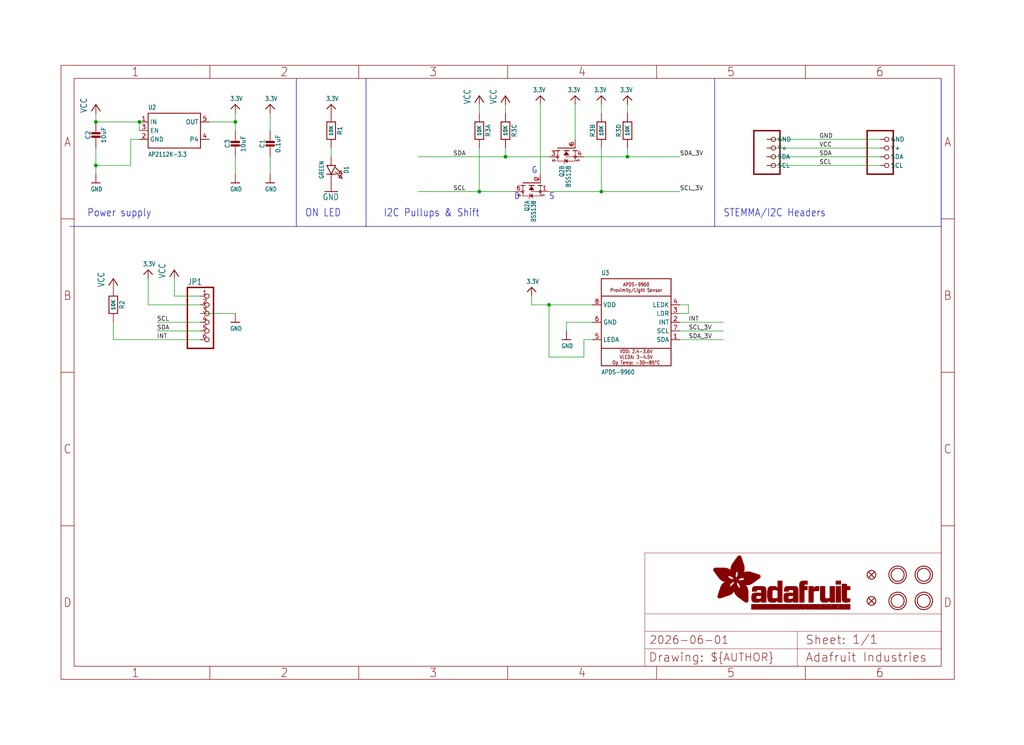
<source format=kicad_sch>
(kicad_sch (version 20230121) (generator eeschema)
  (paper "User" 298.45 217.322)
  (lib_symbols
    (symbol "working-eagle-import:3.3V" (power)
      (property "Value" "3.3V" (at -1.524 1.016 0))
      (symbol "3.3V_1_0"
        (pin power_in line (at 0 -2.54 90) (length 2.54) (name "3.3V") (number "1"))
      )
    )
    (symbol "working-eagle-import:APDS-9960"
      (property "Reference" "U" (at -10.16 13.716 0))
      (symbol "APDS-9960_1_0"
        (text "APDS-9960\nProximity/Light Sensor" (at 0 10.16 0) (effects (font (size 1.016 0.8636))))
        (text "VDD: 2.4-3.6V\nVLEDA: 3-4.5V\nOp Temp: -30~~85°C" (at 0 -10.16 0) (effects (font (size 1.016 0.8636))))
        (pin bidirectional line (at 12.7 -5.08 180) (length 2.54) (name "SDA") (number "1"))
        (pin output line (at 12.7 0 180) (length 2.54) (name "INT") (number "2"))
        (pin bidirectional line (at 12.7 2.54 180) (length 2.54) (name "LDR") (number "3"))
        (pin bidirectional line (at 12.7 5.08 180) (length 2.54) (name "LEDK") (number "4"))
        (pin power_in line (at -12.7 -5.08 0) (length 2.54) (name "LEDA") (number "5"))
        (pin power_in line (at -12.7 0 0) (length 2.54) (name "GND") (number "6"))
        (pin input line (at 12.7 -2.54 180) (length 2.54) (name "SCL") (number "7"))
        (pin power_in line (at -12.7 5.08 0) (length 2.54) (name "VDD") (number "8"))
      )
    )
    (symbol "working-eagle-import:CAP_CERAMIC0603_NO"
      (property "Reference" "C" (at -2.29 1.25 90))
      (symbol "CAP_CERAMIC0603_NO_1_0"
        (pin passive line (at 0 5.08 270) (length 2.54) (name "1") (number "1"))
        (pin passive line (at 0 -2.54 90) (length 2.54) (name "2") (number "2"))
      )
    )
    (symbol "working-eagle-import:CAP_CERAMIC0805-NOOUTLINE"
      (property "Reference" "C" (at -2.29 1.25 90))
      (symbol "CAP_CERAMIC0805-NOOUTLINE_1_0"
        (pin passive line (at 0 5.08 270) (length 2.54) (name "1") (number "1"))
        (pin passive line (at 0 -2.54 90) (length 2.54) (name "2") (number "2"))
      )
    )
    (symbol "working-eagle-import:FIDUCIAL_1MM")
    (symbol "working-eagle-import:FRAME_A4_ADAFRUIT"
      (symbol "FRAME_A4_ADAFRUIT_1_0"
        (text "${#}/${##}" (at 230.505 10.16 0) (effects (font (size 2.54 2.54)) (justify left bottom)))
        (text "${AUTHOR}" (at 189.23 5.08 0) (effects (font (size 2.286 2.286)) (justify left bottom)))
        (text "${CURRENT_DATE}" (at 171.45 10.16 0) (effects (font (size 2.286 2.286)) (justify left bottom)))
        (text "${PROJECTNAME}" (at 171.45 15.24 0) (effects (font (size 2.54 2.54)) (justify left bottom)))
        (text "1" (at 21.6958 1.905 0) (effects (font (size 2.54 2.286))))
        (text "1" (at 21.6958 177.165 0) (effects (font (size 2.54 2.286))))
        (text "2" (at 65.0875 1.905 0) (effects (font (size 2.54 2.286))))
        (text "2" (at 65.0875 177.165 0) (effects (font (size 2.54 2.286))))
        (text "3" (at 108.4792 1.905 0) (effects (font (size 2.54 2.286))))
        (text "3" (at 108.4792 177.165 0) (effects (font (size 2.54 2.286))))
        (text "4" (at 151.8708 1.905 0) (effects (font (size 2.54 2.286))))
        (text "4" (at 151.8708 177.165 0) (effects (font (size 2.54 2.286))))
        (text "5" (at 195.2625 1.905 0) (effects (font (size 2.54 2.286))))
        (text "5" (at 195.2625 177.165 0) (effects (font (size 2.54 2.286))))
        (text "6" (at 238.6542 1.905 0) (effects (font (size 2.54 2.286))))
        (text "6" (at 238.6542 177.165 0) (effects (font (size 2.54 2.286))))
        (text "A" (at 1.905 156.6863 0) (effects (font (size 2.54 2.286))))
        (text "A" (at 258.445 156.6863 0) (effects (font (size 2.54 2.286))))
        (text "Adafruit Industries" (at 216.916 4.953 0) (effects (font (size 2.54 2.54)) (justify left bottom)))
        (text "B" (at 1.905 111.9188 0) (effects (font (size 2.54 2.286))))
        (text "B" (at 258.445 111.9188 0) (effects (font (size 2.54 2.286))))
        (text "C" (at 1.905 67.1513 0) (effects (font (size 2.54 2.286))))
        (text "C" (at 258.445 67.1513 0) (effects (font (size 2.54 2.286))))
        (text "D" (at 1.905 22.3838 0) (effects (font (size 2.54 2.286))))
        (text "D" (at 258.445 22.3838 0) (effects (font (size 2.54 2.286))))
        (text "Drawing:" (at 171.196 4.953 0) (effects (font (size 2.54 2.54)) (justify left bottom)))
        (text "Sheet:" (at 216.916 10.033 0) (effects (font (size 2.54 2.54)) (justify left bottom)))
      )
    )
    (symbol "working-eagle-import:GND" (power)
      (property "Value" "GND" (at -1.524 -2.54 0))
      (symbol "GND_1_0"
        (pin power_in line (at 0 2.54 270) (length 2.54) (name "GND") (number "1"))
      )
    )
    (symbol "working-eagle-import:HEADER-1X670MIL"
      (property "Reference" "JP" (at -6.35 10.795 0))
      (symbol "HEADER-1X670MIL_1_0"
        (pin passive inverted (at -2.54 7.62 0) (length 2.54) (name "1") (number "1"))
        (pin passive inverted (at -2.54 5.08 0) (length 2.54) (name "2") (number "2"))
        (pin passive inverted (at -2.54 2.54 0) (length 2.54) (name "3") (number "3"))
        (pin passive inverted (at -2.54 0 0) (length 2.54) (name "4") (number "4"))
        (pin passive inverted (at -2.54 -2.54 0) (length 2.54) (name "5") (number "5"))
        (pin passive inverted (at -2.54 -5.08 0) (length 2.54) (name "6") (number "6"))
      )
    )
    (symbol "working-eagle-import:LED0603_NOOUTLINE"
      (property "Reference" "D" (at -1.27 4.445 0))
      (symbol "LED0603_NOOUTLINE_1_0"
        (pin passive line (at -5.08 0 0) (length 2.54) (name "A") (number "A"))
        (pin passive line (at 2.54 0 180) (length 2.54) (name "C") (number "C"))
      )
    )
    (symbol "working-eagle-import:MOSFET-N_DUAL"
      (property "Reference" "Q" (at 5.08 0.635 0))
      (symbol "MOSFET-N_DUAL_1_0"
        (text "D" (at 3.175 3.175 0) (effects (font (size 0.8128 0.6908)) (justify left bottom)))
        (text "G" (at -1.27 -1.905 0) (effects (font (size 0.8128 0.6908)) (justify left bottom)))
        (text "S" (at 3.175 -3.81 0) (effects (font (size 0.8128 0.6908)) (justify left bottom)))
        (pin bidirectional line (at 2.54 -5.08 90) (length 2.54) (name "S") (number "1"))
        (pin bidirectional line (at -2.54 -2.54 0) (length 2.54) (name "G") (number "2"))
        (pin bidirectional line (at 2.54 5.08 270) (length 2.54) (name "D") (number "6"))
      )
      (symbol "MOSFET-N_DUAL_2_0"
        (text "D" (at 3.175 3.175 0) (effects (font (size 0.8128 0.6908)) (justify left bottom)))
        (text "G" (at -1.27 -1.905 0) (effects (font (size 0.8128 0.6908)) (justify left bottom)))
        (text "S" (at 3.175 -3.81 0) (effects (font (size 0.8128 0.6908)) (justify left bottom)))
        (pin bidirectional line (at 2.54 5.08 270) (length 2.54) (name "D") (number "3"))
        (pin bidirectional line (at 2.54 -5.08 90) (length 2.54) (name "S") (number "4"))
        (pin bidirectional line (at -2.54 -2.54 0) (length 2.54) (name "G") (number "5"))
      )
    )
    (symbol "working-eagle-import:MOUNTINGHOLE2.5")
    (symbol "working-eagle-import:RESISTOR_0603_NOOUT"
      (property "Reference" "R" (at 0 2.54 0))
      (symbol "RESISTOR_0603_NOOUT_1_0"
        (pin passive line (at -5.08 0 0) (length 2.54) (name "1") (number "1"))
        (pin passive line (at 5.08 0 180) (length 2.54) (name "2") (number "2"))
      )
    )
    (symbol "working-eagle-import:RESISTOR_4PACK"
      (property "Reference" "R" (at 0 2.54 0))
      (symbol "RESISTOR_4PACK_1_0"
        (pin passive line (at -5.08 0 0) (length 2.54) (name "1") (number "1"))
        (pin passive line (at 5.08 0 180) (length 2.54) (name "2") (number "8"))
      )
      (symbol "RESISTOR_4PACK_2_0"
        (pin passive line (at -5.08 0 0) (length 2.54) (name "1") (number "2"))
        (pin passive line (at 5.08 0 180) (length 2.54) (name "2") (number "7"))
      )
      (symbol "RESISTOR_4PACK_3_0"
        (pin passive line (at -5.08 0 0) (length 2.54) (name "1") (number "3"))
        (pin passive line (at 5.08 0 180) (length 2.54) (name "2") (number "6"))
      )
      (symbol "RESISTOR_4PACK_4_0"
        (pin passive line (at -5.08 0 0) (length 2.54) (name "1") (number "4"))
        (pin passive line (at 5.08 0 180) (length 2.54) (name "2") (number "5"))
      )
    )
    (symbol "working-eagle-import:STEMMA_I2C_QT"
      (symbol "STEMMA_I2C_QT_1_0"
        (pin passive inverted (at 0 5.08 0) (length 2.54) (name "GND") (number "1"))
        (pin passive inverted (at 0 2.54 0) (length 2.54) (name "V+") (number "2"))
        (pin passive inverted (at 0 0 0) (length 2.54) (name "SDA") (number "3"))
        (pin passive inverted (at 0 -2.54 0) (length 2.54) (name "SCL") (number "4"))
      )
      (symbol "STEMMA_I2C_QT_2_0"
        (pin bidirectional line (at 0 0 0) (length 5.08) (name "MT") (number "MT1"))
      )
      (symbol "STEMMA_I2C_QT_3_0"
        (pin bidirectional line (at 0 0 0) (length 5.08) (name "MT") (number "MT2"))
      )
    )
    (symbol "working-eagle-import:VCC" (power)
      (property "Value" "VCC" (at -2.54 -2.54 90))
      (symbol "VCC_1_0"
        (pin power_in line (at 0 -2.54 90) (length 2.54) (name "VCC") (number "1"))
      )
    )
    (symbol "working-eagle-import:VREG_SOT23-5"
      (property "Reference" "U" (at -7.62 6.096 0))
      (symbol "VREG_SOT23-5_1_0"
        (pin power_in line (at -10.16 2.54 0) (length 2.54) (name "IN") (number "1"))
        (pin power_in line (at -10.16 -2.54 0) (length 2.54) (name "GND") (number "2"))
        (pin input line (at -10.16 0 0) (length 2.54) (name "EN") (number "3"))
        (pin bidirectional line (at 10.16 -2.54 180) (length 2.54) (name "P4") (number "4"))
        (pin power_in line (at 10.16 2.54 180) (length 2.54) (name "OUT") (number "5"))
      )
    )
    (symbol "working-eagle-import:supply1_GND" (power)
      (property "Value" "supply1_GND" (at -2.54 -2.54 0))
      (symbol "supply1_GND_1_0"
        (pin power_in line (at 0 2.54 270) (length 2.54) (name "GND") (number "1"))
      )
    )
  )
  (junction (at 160.02 88.9))
  (junction (at 147.32 45.72))
  (junction (at 175.26 55.88))
  (junction (at 27.94 35.56))
  (junction (at 139.7 55.88))
  (junction (at 27.94 48.26))
  (junction (at 68.58 35.56))
  (junction (at 40.64 35.56))
  (junction (at 182.88 45.72))
  (wire (pts (xy 182.88 43.18) (xy 182.88 45.72)) (stroke (width 0.1524)))
  (wire (pts (xy 27.94 33.02) (xy 27.94 35.56)) (stroke (width 0.1524)))
  (wire (pts (xy 157.48 50.8) (xy 157.48 30.48)) (stroke (width 0.1524)))
  (wire (pts (xy 68.58 45.72) (xy 68.58 50.8)) (stroke (width 0.1524)))
  (wire (pts (xy 256.54 45.72) (xy 223.52 45.72)) (stroke (width 0.1524)))
  (wire (pts (xy 58.42 91.44) (xy 68.58 91.44)) (stroke (width 0.1524)))
  (wire (pts (xy 170.18 99.06) (xy 170.18 104.14)) (stroke (width 0.1524)))
  (wire (pts (xy 160.02 55.88) (xy 175.26 55.88)) (stroke (width 0.1524)))
  (wire (pts (xy 68.58 35.56) (xy 68.58 38.1)) (stroke (width 0.1524)))
  (wire (pts (xy 68.58 35.56) (xy 68.58 33.02)) (stroke (width 0.1524)))
  (wire (pts (xy 50.8 86.36) (xy 50.8 81.28)) (stroke (width 0.1524)))
  (polyline (pts (xy 20.32 66.04) (xy 86.36 66.04)) (stroke (width 0.1524) (type solid)))
  (wire (pts (xy 78.74 45.72) (xy 78.74 50.8)) (stroke (width 0.1524)))
  (wire (pts (xy 43.18 88.9) (xy 43.18 81.28)) (stroke (width 0.1524)))
  (wire (pts (xy 170.18 45.72) (xy 182.88 45.72)) (stroke (width 0.1524)))
  (wire (pts (xy 40.64 35.56) (xy 27.94 35.56)) (stroke (width 0.1524)))
  (polyline (pts (xy 106.68 66.04) (xy 208.28 66.04)) (stroke (width 0.1524) (type solid)))
  (polyline (pts (xy 274.32 22.86) (xy 274.32 66.04)) (stroke (width 0.1524) (type solid)))
  (wire (pts (xy 139.7 43.18) (xy 139.7 55.88)) (stroke (width 0.1524)))
  (wire (pts (xy 182.88 33.02) (xy 182.88 30.48)) (stroke (width 0.1524)))
  (wire (pts (xy 200.66 88.9) (xy 200.66 91.44)) (stroke (width 0.1524)))
  (wire (pts (xy 182.88 45.72) (xy 198.12 45.72)) (stroke (width 0.1524)))
  (wire (pts (xy 33.02 99.06) (xy 33.02 93.98)) (stroke (width 0.1524)))
  (wire (pts (xy 96.52 45.72) (xy 96.52 43.18)) (stroke (width 0.1524)))
  (wire (pts (xy 139.7 55.88) (xy 121.92 55.88)) (stroke (width 0.1524)))
  (wire (pts (xy 175.26 43.18) (xy 175.26 55.88)) (stroke (width 0.1524)))
  (wire (pts (xy 27.94 48.26) (xy 27.94 43.18)) (stroke (width 0.1524)))
  (wire (pts (xy 58.42 99.06) (xy 33.02 99.06)) (stroke (width 0.1524)))
  (wire (pts (xy 198.12 88.9) (xy 200.66 88.9)) (stroke (width 0.1524)))
  (polyline (pts (xy 208.28 66.04) (xy 274.32 66.04)) (stroke (width 0.1524) (type solid)))
  (polyline (pts (xy 106.68 22.86) (xy 106.68 66.04)) (stroke (width 0.1524) (type solid)))
  (wire (pts (xy 40.64 38.1) (xy 40.64 35.56)) (stroke (width 0.1524)))
  (wire (pts (xy 147.32 45.72) (xy 121.92 45.72)) (stroke (width 0.1524)))
  (wire (pts (xy 160.02 45.72) (xy 147.32 45.72)) (stroke (width 0.1524)))
  (wire (pts (xy 223.52 43.18) (xy 256.54 43.18)) (stroke (width 0.1524)))
  (wire (pts (xy 160.02 104.14) (xy 160.02 88.9)) (stroke (width 0.1524)))
  (wire (pts (xy 38.1 48.26) (xy 27.94 48.26)) (stroke (width 0.1524)))
  (wire (pts (xy 58.42 96.52) (xy 45.72 96.52)) (stroke (width 0.1524)))
  (wire (pts (xy 40.64 40.64) (xy 38.1 40.64)) (stroke (width 0.1524)))
  (wire (pts (xy 172.72 99.06) (xy 170.18 99.06)) (stroke (width 0.1524)))
  (wire (pts (xy 165.1 93.98) (xy 165.1 96.52)) (stroke (width 0.1524)))
  (polyline (pts (xy 86.36 66.04) (xy 106.68 66.04)) (stroke (width 0.1524) (type solid)))
  (wire (pts (xy 58.42 86.36) (xy 50.8 86.36)) (stroke (width 0.1524)))
  (wire (pts (xy 172.72 88.9) (xy 160.02 88.9)) (stroke (width 0.1524)))
  (wire (pts (xy 210.82 96.52) (xy 198.12 96.52)) (stroke (width 0.1524)))
  (wire (pts (xy 154.94 88.9) (xy 154.94 86.36)) (stroke (width 0.1524)))
  (wire (pts (xy 198.12 93.98) (xy 210.82 93.98)) (stroke (width 0.1524)))
  (wire (pts (xy 60.96 35.56) (xy 68.58 35.56)) (stroke (width 0.1524)))
  (wire (pts (xy 167.64 40.64) (xy 167.64 30.48)) (stroke (width 0.1524)))
  (wire (pts (xy 200.66 91.44) (xy 198.12 91.44)) (stroke (width 0.1524)))
  (polyline (pts (xy 86.36 22.86) (xy 86.36 66.04)) (stroke (width 0.1524) (type solid)))
  (wire (pts (xy 223.52 48.26) (xy 256.54 48.26)) (stroke (width 0.1524)))
  (wire (pts (xy 210.82 99.06) (xy 198.12 99.06)) (stroke (width 0.1524)))
  (polyline (pts (xy 208.28 22.86) (xy 208.28 66.04)) (stroke (width 0.1524) (type solid)))
  (wire (pts (xy 172.72 93.98) (xy 165.1 93.98)) (stroke (width 0.1524)))
  (wire (pts (xy 58.42 93.98) (xy 45.72 93.98)) (stroke (width 0.1524)))
  (wire (pts (xy 147.32 33.02) (xy 147.32 30.48)) (stroke (width 0.1524)))
  (wire (pts (xy 175.26 33.02) (xy 175.26 30.48)) (stroke (width 0.1524)))
  (wire (pts (xy 27.94 48.26) (xy 27.94 50.8)) (stroke (width 0.1524)))
  (wire (pts (xy 147.32 43.18) (xy 147.32 45.72)) (stroke (width 0.1524)))
  (wire (pts (xy 78.74 33.02) (xy 78.74 38.1)) (stroke (width 0.1524)))
  (wire (pts (xy 149.86 55.88) (xy 139.7 55.88)) (stroke (width 0.1524)))
  (wire (pts (xy 175.26 55.88) (xy 198.12 55.88)) (stroke (width 0.1524)))
  (wire (pts (xy 139.7 30.48) (xy 139.7 33.02)) (stroke (width 0.1524)))
  (wire (pts (xy 256.54 40.64) (xy 223.52 40.64)) (stroke (width 0.1524)))
  (wire (pts (xy 38.1 40.64) (xy 38.1 48.26)) (stroke (width 0.1524)))
  (wire (pts (xy 58.42 88.9) (xy 43.18 88.9)) (stroke (width 0.1524)))
  (wire (pts (xy 170.18 104.14) (xy 160.02 104.14)) (stroke (width 0.1524)))
  (wire (pts (xy 160.02 88.9) (xy 154.94 88.9)) (stroke (width 0.1524)))
  (text "I2C Pullups & Shift" (at 111.76 63.5 0) (effects (font (size 2.1844 1.8567)) (justify left bottom)))
  (text "STEMMA/I2C Headers" (at 210.82 63.5 0) (effects (font (size 2.1844 1.8567)) (justify left bottom)))
  (text "D" (at 149.86 58.42 0) (effects (font (size 1.778 1.5113)) (justify left bottom)))
  (text "S" (at 160.02 58.42 0) (effects (font (size 1.778 1.5113)) (justify left bottom)))
  (text "G" (at 154.94 50.8 0) (effects (font (size 1.778 1.5113)) (justify left bottom)))
  (text "ON LED" (at 88.9 63.5 0) (effects (font (size 2.1844 1.8567)) (justify left bottom)))
  (text "Power supply" (at 25.4 63.5 0) (effects (font (size 2.1844 1.8567)) (justify left bottom)))
  (label "VCC" (at 238.76 43.18 0) (effects (font (size 1.2446 1.2446))))
  (label "SDA" (at 238.76 45.72 0) (effects (font (size 1.2446 1.2446))))
  (label "INT" (at 200.66 93.98 0) (effects (font (size 1.2446 1.2446))))
  (label "SCL_3V" (at 198.12 55.88 0) (effects (font (size 1.2446 1.2446))))
  (label "SCL_3V" (at 200.66 96.52 0) (effects (font (size 1.2446 1.2446))))
  (label "SDA_3V" (at 198.12 45.72 0) (effects (font (size 1.2446 1.2446))))
  (label "SDA" (at 45.72 96.52 0) (effects (font (size 1.2446 1.2446))))
  (label "SDA" (at 132.08 45.72 0) (effects (font (size 1.2446 1.2446))))
  (label "SDA_3V" (at 200.66 99.06 0) (effects (font (size 1.2446 1.2446))))
  (label "GND" (at 238.76 40.64 0) (effects (font (size 1.2446 1.2446))))
  (label "SCL" (at 45.72 93.98 0) (effects (font (size 1.2446 1.2446))))
  (label "SCL" (at 238.76 48.26 0) (effects (font (size 1.2446 1.2446))))
  (label "INT" (at 45.72 99.06 0) (effects (font (size 1.2446 1.2446))))
  (label "SCL" (at 132.08 55.88 0) (effects (font (size 1.2446 1.2446))))
  (symbol (lib_id "working-eagle-import:3.3V") (at 175.26 27.94 0) (mirror y) (unit 1)
    (property "Reference" "#U$24" (effects hide))
    (property "Value" "3.3V" (at 176.784 26.924 0) (effects (font (size 1.27 1.0795)) (justify left bottom)))
  )
  (symbol (lib_id "working-eagle-import:RESISTOR_4PACK") (at 139.7 38.1 270) (unit 1)
    (property "Reference" "R3" (at 142.24 38.1 0))
    (property "Value" "10K" (at 139.7 38.1 0) (effects (font (size 1.016 1.016) bold)))
    (property "Footprint" "working:RESPACK_4X0603" (effects hide))
  )
  (symbol (lib_id "working-eagle-import:MOUNTINGHOLE2.5") (at 269.24 175.26 0) (unit 1)
    (property "Reference" "U$21" (effects hide))
    (property "Value" "MOUNTINGHOLE2.5" (effects hide))
    (property "Footprint" "working:MOUNTINGHOLE_2.5_PLATED" (effects hide))
  )
  (symbol (lib_id "working-eagle-import:LED0603_NOOUTLINE") (at 96.52 50.8 270) (unit 1)
    (property "Reference" "D1" (at 100.965 49.53 0) (effects (font (size 1.27 1.0795))))
    (property "Value" "GREEN" (at 93.726 49.53 0) (effects (font (size 1.27 1.0795))))
    (property "Footprint" "working:CHIPLED_0603_NOOUTLINE" (effects hide))
  )
  (symbol (lib_id "working-eagle-import:MOUNTINGHOLE2.5") (at 269.24 167.64 0) (unit 1)
    (property "Reference" "U$19" (effects hide))
    (property "Value" "MOUNTINGHOLE2.5" (effects hide))
    (property "Footprint" "working:MOUNTINGHOLE_2.5_PLATED" (effects hide))
  )
  (symbol (lib_id "working-eagle-import:VREG_SOT23-5") (at 50.8 38.1 0) (unit 1)
    (property "Reference" "U2" (at 43.18 32.004 0) (effects (font (size 1.27 1.0795)) (justify left bottom)))
    (property "Value" "AP2112K-3.3" (at 43.18 45.72 0) (effects (font (size 1.27 1.0795)) (justify left bottom)))
    (property "Footprint" "working:SOT23-5" (effects hide))
  )
  (symbol (lib_id "working-eagle-import:RESISTOR_4PACK") (at 147.32 38.1 270) (unit 3)
    (property "Reference" "R3" (at 149.86 38.1 0))
    (property "Value" "10K" (at 147.32 38.1 0) (effects (font (size 1.016 1.016) bold)))
    (property "Footprint" "working:RESPACK_4X0603" (effects hide))
  )
  (symbol (lib_id "working-eagle-import:3.3V") (at 182.88 27.94 0) (mirror y) (unit 1)
    (property "Reference" "#U$7" (effects hide))
    (property "Value" "3.3V" (at 184.404 26.924 0) (effects (font (size 1.27 1.0795)) (justify left bottom)))
  )
  (symbol (lib_id "working-eagle-import:STEMMA_I2C_QT") (at 256.54 45.72 0) (unit 1)
    (property "Reference" "CONN4" (effects hide))
    (property "Value" "STEMMA_I2C_QT" (effects hide))
    (property "Footprint" "working:JST_SH4" (effects hide))
  )
  (symbol (lib_id "working-eagle-import:3.3V") (at 78.74 30.48 0) (unit 1)
    (property "Reference" "#U$14" (effects hide))
    (property "Value" "3.3V" (at 77.216 29.464 0) (effects (font (size 1.27 1.0795)) (justify left bottom)))
  )
  (symbol (lib_id "working-eagle-import:HEADER-1X670MIL") (at 60.96 93.98 0) (unit 1)
    (property "Reference" "JP1" (at 54.61 83.185 0) (effects (font (size 1.778 1.5113)) (justify left bottom)))
    (property "Value" "HEADER-1X670MIL" (effects hide))
    (property "Footprint" "working:1X06_ROUND_70" (effects hide))
  )
  (symbol (lib_id "working-eagle-import:supply1_GND") (at 96.52 55.88 0) (unit 1)
    (property "Reference" "#GND6" (effects hide))
    (property "Value" "GND" (at 93.98 58.42 0) (effects (font (size 1.778 1.5113)) (justify left bottom)))
  )
  (symbol (lib_id "working-eagle-import:GND") (at 68.58 93.98 0) (unit 1)
    (property "Reference" "#U$10" (effects hide))
    (property "Value" "GND" (at 67.056 96.52 0) (effects (font (size 1.27 1.0795)) (justify left bottom)))
  )
  (symbol (lib_id "working-eagle-import:MOUNTINGHOLE2.5") (at 261.62 175.26 0) (unit 1)
    (property "Reference" "U$1" (effects hide))
    (property "Value" "MOUNTINGHOLE2.5" (effects hide))
    (property "Footprint" "working:MOUNTINGHOLE_2.5_PLATED" (effects hide))
  )
  (symbol (lib_id "working-eagle-import:RESISTOR_0603_NOOUT") (at 33.02 88.9 270) (unit 1)
    (property "Reference" "R2" (at 35.56 88.9 0))
    (property "Value" "10K" (at 33.02 88.9 0) (effects (font (size 1.016 1.016) bold)))
    (property "Footprint" "working:0603-NO" (effects hide))
  )
  (symbol (lib_id "working-eagle-import:GND") (at 68.58 53.34 0) (unit 1)
    (property "Reference" "#U$5" (effects hide))
    (property "Value" "GND" (at 67.056 55.88 0) (effects (font (size 1.27 1.0795)) (justify left bottom)))
  )
  (symbol (lib_id "working-eagle-import:3.3V") (at 167.64 27.94 0) (mirror y) (unit 1)
    (property "Reference" "#U$23" (effects hide))
    (property "Value" "3.3V" (at 169.164 26.924 0) (effects (font (size 1.27 1.0795)) (justify left bottom)))
  )
  (symbol (lib_id "working-eagle-import:3.3V") (at 157.48 27.94 0) (mirror y) (unit 1)
    (property "Reference" "#U$26" (effects hide))
    (property "Value" "3.3V" (at 159.004 26.924 0) (effects (font (size 1.27 1.0795)) (justify left bottom)))
  )
  (symbol (lib_id "working-eagle-import:RESISTOR_4PACK") (at 175.26 38.1 90) (mirror x) (unit 2)
    (property "Reference" "R3" (at 172.72 38.1 0))
    (property "Value" "10K" (at 175.26 38.1 0) (effects (font (size 1.016 1.016) bold)))
    (property "Footprint" "working:RESPACK_4X0603" (effects hide))
  )
  (symbol (lib_id "working-eagle-import:GND") (at 165.1 99.06 0) (unit 1)
    (property "Reference" "#U$11" (effects hide))
    (property "Value" "GND" (at 163.576 101.6 0) (effects (font (size 1.27 1.0795)) (justify left bottom)))
  )
  (symbol (lib_id "working-eagle-import:MOSFET-N_DUAL") (at 154.94 53.34 90) (mirror x) (unit 1)
    (property "Reference" "Q2" (at 154.305 58.42 0) (effects (font (size 1.27 1.0795)) (justify left bottom)))
    (property "Value" "BSS138" (at 156.21 58.42 0) (effects (font (size 1.27 1.0795)) (justify left bottom)))
    (property "Footprint" "working:SOT363" (effects hide))
  )
  (symbol (lib_id "working-eagle-import:RESISTOR_4PACK") (at 182.88 38.1 90) (mirror x) (unit 4)
    (property "Reference" "R3" (at 180.34 38.1 0))
    (property "Value" "10K" (at 182.88 38.1 0) (effects (font (size 1.016 1.016) bold)))
    (property "Footprint" "working:RESPACK_4X0603" (effects hide))
  )
  (symbol (lib_id "working-eagle-import:CAP_CERAMIC0805-NOOUTLINE") (at 68.58 43.18 0) (unit 1)
    (property "Reference" "C3" (at 66.29 41.93 90))
    (property "Value" "10uF" (at 70.88 41.93 90))
    (property "Footprint" "working:0805-NO" (effects hide))
  )
  (symbol (lib_id "working-eagle-import:GND") (at 78.74 53.34 0) (unit 1)
    (property "Reference" "#U$6" (effects hide))
    (property "Value" "GND" (at 77.216 55.88 0) (effects (font (size 1.27 1.0795)) (justify left bottom)))
  )
  (symbol (lib_id "working-eagle-import:GND") (at 27.94 53.34 0) (unit 1)
    (property "Reference" "#U$13" (effects hide))
    (property "Value" "GND" (at 26.416 55.88 0) (effects (font (size 1.27 1.0795)) (justify left bottom)))
  )
  (symbol (lib_id "working-eagle-import:CAP_CERAMIC0603_NO") (at 78.74 43.18 0) (unit 1)
    (property "Reference" "C1" (at 76.45 41.93 90))
    (property "Value" "0.1uF" (at 81.04 41.93 90))
    (property "Footprint" "working:0603-NO" (effects hide))
  )
  (symbol (lib_id "working-eagle-import:STEMMA_I2C_QT") (at 223.52 45.72 0) (unit 1)
    (property "Reference" "CONN3" (effects hide))
    (property "Value" "STEMMA_I2C_QT" (effects hide))
    (property "Footprint" "working:JST_SH4" (effects hide))
  )
  (symbol (lib_id "working-eagle-import:MOUNTINGHOLE2.5") (at 261.62 167.64 0) (unit 1)
    (property "Reference" "U$17" (effects hide))
    (property "Value" "MOUNTINGHOLE2.5" (effects hide))
    (property "Footprint" "working:MOUNTINGHOLE_2.5_PLATED" (effects hide))
  )
  (symbol (lib_id "working-eagle-import:3.3V") (at 96.52 30.48 0) (unit 1)
    (property "Reference" "#U$3" (effects hide))
    (property "Value" "3.3V" (at 94.996 29.464 0) (effects (font (size 1.27 1.0795)) (justify left bottom)))
  )
  (symbol (lib_id "working-eagle-import:VCC") (at 33.02 81.28 0) (unit 1)
    (property "Reference" "#P+5" (effects hide))
    (property "Value" "VCC" (at 30.48 83.82 90) (effects (font (size 1.778 1.5113)) (justify left bottom)))
  )
  (symbol (lib_id "working-eagle-import:FRAME_A4_ADAFRUIT") (at 17.78 198.12 0) (unit 1)
    (property "Reference" "#U$18" (effects hide))
    (property "Value" "FRAME_A4_ADAFRUIT" (effects hide))
  )
  (symbol (lib_id "working-eagle-import:VCC") (at 147.32 27.94 0) (unit 1)
    (property "Reference" "#P+2" (effects hide))
    (property "Value" "VCC" (at 144.78 30.48 90) (effects (font (size 1.778 1.5113)) (justify left bottom)))
  )
  (symbol (lib_id "working-eagle-import:CAP_CERAMIC0805-NOOUTLINE") (at 27.94 40.64 0) (unit 1)
    (property "Reference" "C2" (at 25.65 39.39 90))
    (property "Value" "10uF" (at 30.24 39.39 90))
    (property "Footprint" "working:0805-NO" (effects hide))
  )
  (symbol (lib_id "working-eagle-import:APDS-9960") (at 185.42 93.98 0) (unit 1)
    (property "Reference" "U3" (at 175.26 80.264 0) (effects (font (size 1.27 1.0795)) (justify left bottom)))
    (property "Value" "APDS-9960" (at 175.26 109.22 0) (effects (font (size 1.27 1.0795)) (justify left bottom)))
    (property "Footprint" "working:APDS-9960" (effects hide))
  )
  (symbol (lib_id "working-eagle-import:3.3V") (at 43.18 78.74 0) (unit 1)
    (property "Reference" "#U$16" (effects hide))
    (property "Value" "3.3V" (at 41.656 77.724 0) (effects (font (size 1.27 1.0795)) (justify left bottom)))
  )
  (symbol (lib_id "working-eagle-import:3.3V") (at 68.58 30.48 0) (unit 1)
    (property "Reference" "#U$15" (effects hide))
    (property "Value" "3.3V" (at 67.056 29.464 0) (effects (font (size 1.27 1.0795)) (justify left bottom)))
  )
  (symbol (lib_id "working-eagle-import:VCC") (at 50.8 78.74 0) (unit 1)
    (property "Reference" "#P+4" (effects hide))
    (property "Value" "VCC" (at 48.26 81.28 90) (effects (font (size 1.778 1.5113)) (justify left bottom)))
  )
  (symbol (lib_id "working-eagle-import:FIDUCIAL_1MM") (at 254 167.64 0) (unit 1)
    (property "Reference" "FID4" (effects hide))
    (property "Value" "FIDUCIAL_1MM" (effects hide))
    (property "Footprint" "working:FIDUCIAL_1MM" (effects hide))
  )
  (symbol (lib_id "working-eagle-import:MOSFET-N_DUAL") (at 165.1 43.18 90) (mirror x) (unit 2)
    (property "Reference" "Q2" (at 164.465 48.26 0) (effects (font (size 1.27 1.0795)) (justify left bottom)))
    (property "Value" "BSS138" (at 166.37 48.26 0) (effects (font (size 1.27 1.0795)) (justify left bottom)))
    (property "Footprint" "working:SOT363" (effects hide))
  )
  (symbol (lib_id "working-eagle-import:VCC") (at 27.94 30.48 0) (unit 1)
    (property "Reference" "#P+3" (effects hide))
    (property "Value" "VCC" (at 25.4 33.02 90) (effects (font (size 1.778 1.5113)) (justify left bottom)))
  )
  (symbol (lib_id "working-eagle-import:3.3V") (at 154.94 83.82 0) (unit 1)
    (property "Reference" "#U$9" (effects hide))
    (property "Value" "3.3V" (at 153.416 82.804 0) (effects (font (size 1.27 1.0795)) (justify left bottom)))
  )
  (symbol (lib_id "working-eagle-import:VCC") (at 139.7 27.94 0) (unit 1)
    (property "Reference" "#P+1" (effects hide))
    (property "Value" "VCC" (at 137.16 30.48 90) (effects (font (size 1.778 1.5113)) (justify left bottom)))
  )
  (symbol (lib_id "working-eagle-import:RESISTOR_0603_NOOUT") (at 96.52 38.1 270) (unit 1)
    (property "Reference" "R1" (at 99.06 38.1 0))
    (property "Value" "10K" (at 96.52 38.1 0) (effects (font (size 1.016 1.016) bold)))
    (property "Footprint" "working:0603-NO" (effects hide))
  )
  (symbol (lib_id "working-eagle-import:FIDUCIAL_1MM") (at 254 175.26 0) (unit 1)
    (property "Reference" "FID3" (effects hide))
    (property "Value" "FIDUCIAL_1MM" (effects hide))
    (property "Footprint" "working:FIDUCIAL_1MM" (effects hide))
  )
)
</source>
